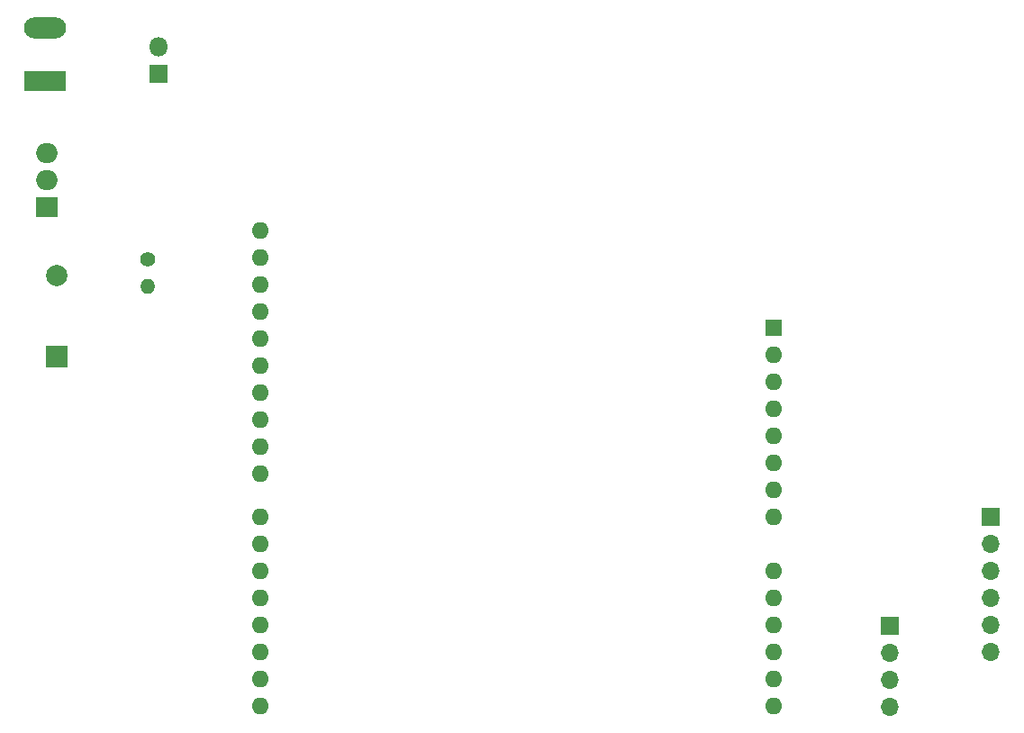
<source format=gbr>
%TF.GenerationSoftware,KiCad,Pcbnew,7.0.9-7.0.9~ubuntu22.04.1*%
%TF.CreationDate,2023-12-08T18:50:30-07:00*%
%TF.ProjectId,ph_meter,70685f6d-6574-4657-922e-6b696361645f,1.3*%
%TF.SameCoordinates,Original*%
%TF.FileFunction,Soldermask,Top*%
%TF.FilePolarity,Negative*%
%FSLAX46Y46*%
G04 Gerber Fmt 4.6, Leading zero omitted, Abs format (unit mm)*
G04 Created by KiCad (PCBNEW 7.0.9-7.0.9~ubuntu22.04.1) date 2023-12-08 18:50:30*
%MOMM*%
%LPD*%
G01*
G04 APERTURE LIST*
%ADD10R,1.600000X1.600000*%
%ADD11O,1.600000X1.600000*%
%ADD12C,1.400000*%
%ADD13O,1.400000X1.400000*%
%ADD14R,1.700000X1.700000*%
%ADD15O,1.700000X1.700000*%
%ADD16R,1.800000X1.800000*%
%ADD17O,1.800000X1.800000*%
%ADD18R,2.000000X2.000000*%
%ADD19C,2.000000*%
%ADD20R,3.960000X1.980000*%
%ADD21O,3.960000X1.980000*%
%ADD22R,2.000000X1.905000*%
%ADD23O,2.000000X1.905000*%
G04 APERTURE END LIST*
D10*
%TO.C,A2*%
X154580000Y-97775000D03*
D11*
X154580000Y-100315000D03*
X154580000Y-102855000D03*
X154580000Y-105395000D03*
X154580000Y-107935000D03*
X154580000Y-110475000D03*
X154580000Y-113015000D03*
X154580000Y-115555000D03*
X154580000Y-120635000D03*
X154580000Y-123175000D03*
X154580000Y-125715000D03*
X154580000Y-128255000D03*
X154580000Y-130795000D03*
X154580000Y-133335000D03*
X106320000Y-133335000D03*
X106320000Y-130795000D03*
X106320000Y-128255000D03*
X106320000Y-125715000D03*
X106320000Y-123175000D03*
X106320000Y-120635000D03*
X106320000Y-118095000D03*
X106320000Y-115555000D03*
X106320000Y-111495000D03*
X106320000Y-108955000D03*
X106320000Y-106415000D03*
X106320000Y-103875000D03*
X106320000Y-101335000D03*
X106320000Y-98795000D03*
X106320000Y-96255000D03*
X106320000Y-93715000D03*
X106320000Y-91175000D03*
X106320000Y-88635000D03*
%TD*%
D12*
%TO.C,R1*%
X95770000Y-91287500D03*
D13*
X95770000Y-93827500D03*
%TD*%
D14*
%TO.C,J4*%
X175050000Y-115570000D03*
D15*
X175050000Y-118110000D03*
X175050000Y-120650000D03*
X175050000Y-123190000D03*
X175050000Y-125730000D03*
X175050000Y-128270000D03*
%TD*%
D16*
%TO.C,D1*%
X96780000Y-73898640D03*
D17*
X96780000Y-71358640D03*
%TD*%
D14*
%TO.C,J2*%
X165500000Y-125750000D03*
D15*
X165500000Y-128290000D03*
X165500000Y-130830000D03*
X165500000Y-133370000D03*
%TD*%
D18*
%TO.C,BZ1*%
X87241360Y-100457500D03*
D19*
X87241360Y-92857500D03*
%TD*%
D20*
%TO.C,J3*%
X86150000Y-74550000D03*
D21*
X86150000Y-69550000D03*
%TD*%
D22*
%TO.C,Q1*%
X86305000Y-86390000D03*
D23*
X86305000Y-83850000D03*
X86305000Y-81310000D03*
%TD*%
M02*

</source>
